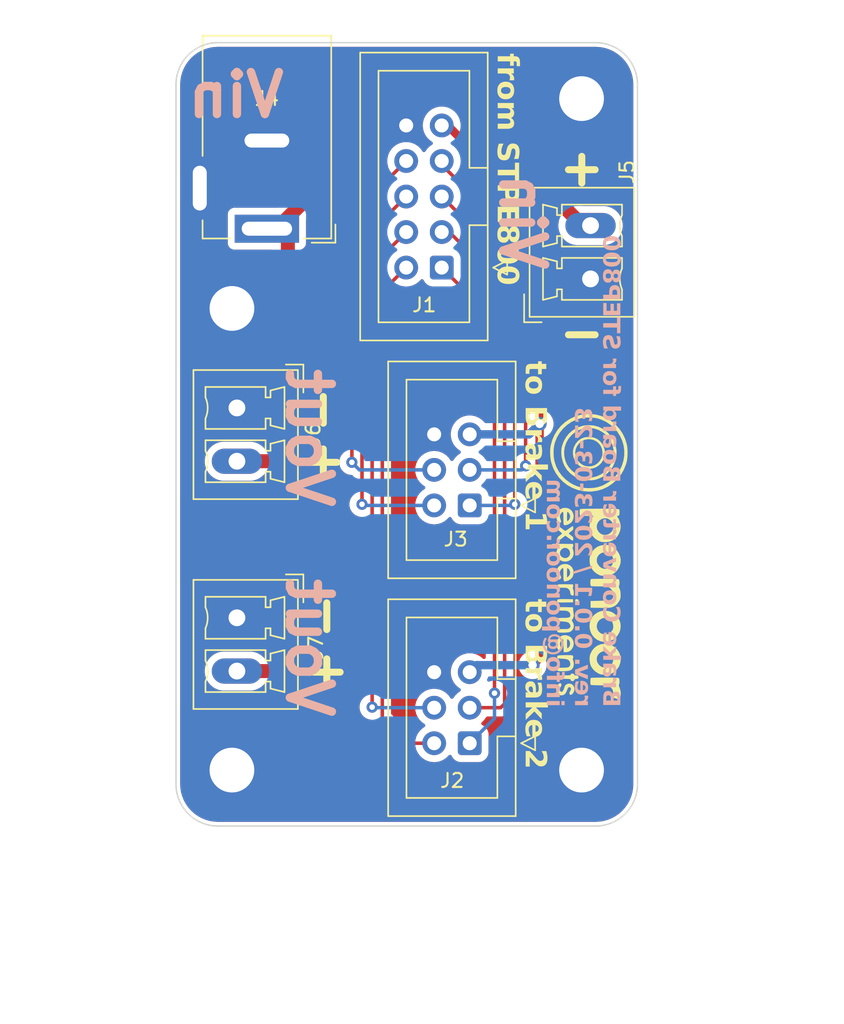
<source format=kicad_pcb>
(kicad_pcb (version 20221018) (generator pcbnew)
  (layers (0 "F.Cu" signal) (31 "B.Cu" signal) (34 "B.Paste" user) (35 "F.Paste" user) (36 "B.SilkS" user "B.Silkscreen") (37 "F.SilkS" user "F.Silkscreen") (38 "B.Mask" user) (39 "F.Mask" user) (44 "Edge.Cuts" user))
  (net 0 "")
  (net 1 "GND")
  (net 2 "Net-(J1-Pin_1)")
  (net 3 "Net-(J1-Pin_2)")
  (net 4 "Net-(J1-Pin_3)")
  (net 5 "Net-(J1-Pin_4)")
  (net 6 "Net-(J1-Pin_5)")
  (net 7 "Net-(J1-Pin_6)")
  (net 8 "Net-(J1-Pin_7)")
  (net 9 "Net-(J1-Pin_8)")
  (net 10 "+3.3V")
  (net 11 "Net-(J5-Pin_2)")
  (footprint "MountingHole:MountingHole_3.2mm_M3_Pad_TopBottom" (layer "F.Cu") (at 84 136)
    (fp_text reference "H1" hide)
    (fp_text value "MountingHole_Pad")
    (pad "1" thru_hole circle (at 0 0) (size 3.6 3.6) (drill 3.2) (layers "*.Cu" "*.Mask") (net 1 "GND"))
    (pad "1" connect circle (at 0 0) (size 6.4 6.4) (layers "F.Cu" "F.Mask") (net 1 "GND"))
    (pad "1" connect circle (at 0 0) (size 6.4 6.4) (layers "B.Cu" "B.Mask") (net 1 "GND"))
  )
  (footprint "Connector_BarrelJack:BarrelJack_GCT_DCJ200-10-A_Horizontal" (layer "F.Cu") (at 86.5 97.3 180)
    (fp_text reference "J4" (at 0 9.3) (layer "F.SilkS"))
    (fp_text value "Barrel_Jack_Switch")
    (pad "1" thru_hole rect (at 0 0 180) (size 4.6 2) (drill oval 3.6 1) (layers "*.Cu" "*.Mask") (net 11 "Net-(J5-Pin_2)"))
    (pad "2" thru_hole oval (at 0 6.3 180) (size 4.2 2) (drill oval 3.2 1) (layers "*.Cu" "*.Mask") (net 1 "GND"))
    (pad "3" thru_hole oval (at 4.8 2.9 180) (size 2 4.2) (drill oval 1 3.2) (layers "*.Cu" "*.Mask") (net 1 "GND"))
  )
  (footprint "MountingHole:MountingHole_3.2mm_M3_Pad_TopBottom" (layer "F.Cu") (at 84 103)
    (fp_text reference "H3" hide)
    (fp_text value "MountingHole_Pad")
    (pad "1" thru_hole circle (at 0 0) (size 3.6 3.6) (drill 3.2) (layers "*.Cu" "*.Mask") (net 1 "GND"))
    (pad "1" connect circle (at 0 0) (size 6.4 6.4) (layers "F.Cu" "F.Mask") (net 1 "GND"))
    (pad "1" connect circle (at 0 0) (size 6.4 6.4) (layers "B.Cu" "B.Mask") (net 1 "GND"))
  )
  (footprint "MountingHole:MountingHole_3.2mm_M3_Pad_TopBottom" (layer "F.Cu") (at 109 88)
    (fp_text reference "H2" hide)
    (fp_text value "MountingHole_Pad")
    (pad "1" thru_hole circle (at 0 0) (size 3.6 3.6) (drill 3.2) (layers "*.Cu" "*.Mask") (net 1 "GND"))
    (pad "1" connect circle (at 0 0) (size 6.4 6.4) (layers "F.Cu" "F.Mask") (net 1 "GND"))
    (pad "1" connect circle (at 0 0) (size 6.4 6.4) (layers "B.Cu" "B.Mask") (net 1 "GND"))
  )
  (footprint "Connector_IDC:IDC-Header_2x03_P2.54mm_Vertical" (layer "F.Cu") (at 101 117.08 180)
    (fp_text reference "J3" (at 1 -2.42) (layer "F.SilkS"))
    (fp_text value "Conn_02x03_Odd_Even")
    (pad "1" thru_hole roundrect (at 0 0 180) (size 1.7 1.7) (drill 1) (layers "*.Cu" "*.Mask") (roundrect_rratio 0.1470588235) (net 6 "Net-(J1-Pin_5)"))
    (pad "2" thru_hole circle (at 2.54 0 180) (size 1.7 1.7) (drill 1) (layers "*.Cu" "*.Mask") (net 7 "Net-(J1-Pin_6)"))
    (pad "3" thru_hole circle (at 0 2.54 180) (size 1.7 1.7) (drill 1) (layers "*.Cu" "*.Mask") (net 8 "Net-(J1-Pin_7)"))
    (pad "4" thru_hole circle (at 2.54 2.54 180) (size 1.7 1.7) (drill 1) (layers "*.Cu" "*.Mask") (net 9 "Net-(J1-Pin_8)"))
    (pad "5" thru_hole circle (at 0 5.08 180) (size 1.7 1.7) (drill 1) (layers "*.Cu" "*.Mask") (net 10 "+3.3V"))
    (pad "6" thru_hole circle (at 2.54 5.08 180) (size 1.7 1.7) (drill 1) (layers "*.Cu" "*.Mask") (net 1 "GND"))
  )
  (footprint "STEP800_brakeConverter_Library:ponoor_full_21x6" (layer "F.Cu") (at 109.5 120.75 -90)
    (fp_text reference "G***" hide)
    (fp_text value "LOGO" hide)
  )
  (footprint "MountingHole:MountingHole_3.2mm_M3_Pad_TopBottom" (layer "F.Cu") (at 109 136)
    (fp_text reference "H4" hide)
    (fp_text value "MountingHole_Pad")
    (pad "1" thru_hole circle (at 0 0) (size 3.6 3.6) (drill 3.2) (layers "*.Cu" "*.Mask") (net 1 "GND"))
    (pad "1" connect circle (at 0 0) (size 6.4 6.4) (layers "F.Cu" "F.Mask") (net 1 "GND"))
    (pad "1" connect circle (at 0 0) (size 6.4 6.4) (layers "B.Cu" "B.Mask") (net 1 "GND"))
  )
  (footprint "Connector_Phoenix_MC:PhoenixContact_MCV_1,5_2-G-3.81_1x02_P3.81mm_Vertical" (layer "F.Cu") (at 84.3575 110.1125 -90)
    (fp_text reference "J6" (at 1.9 -5.45 90) (layer "F.SilkS"))
    (fp_text value "Conn_01x02")
    (pad "1" thru_hole roundrect (at 0 0 270) (size 1.8 3.6) (drill 1.2) (layers "*.Cu" "*.Mask") (roundrect_rratio 0.1388888889) (net 1 "GND"))
    (pad "2" thru_hole oval (at 3.81 0 270) (size 1.8 3.6) (drill 1.2) (layers "*.Cu" "*.Mask") (net 11 "Net-(J5-Pin_2)"))
  )
  (footprint "Connector_IDC:IDC-Header_2x03_P2.54mm_Vertical" (layer "F.Cu") (at 101 134.08 180)
    (fp_text reference "J2" (at 1.25 -2.67) (layer "F.SilkS"))
    (fp_text value "Conn_02x03_Odd_Even")
    (pad "1" thru_hole roundrect (at 0 0 180) (size 1.7 1.7) (drill 1) (layers "*.Cu" "*.Mask") (roundrect_rratio 0.1470588235) (net 2 "Net-(J1-Pin_1)"))
    (pad "2" thru_hole circle (at 2.54 0 180) (size 1.7 1.7) (drill 1) (layers "*.Cu" "*.Mask") (net 3 "Net-(J1-Pin_2)"))
    (pad "3" thru_hole circle (at 0 2.54 180) (size 1.7 1.7) (drill 1) (layers "*.Cu" "*.Mask") (net 4 "Net-(J1-Pin_3)"))
    (pad "4" thru_hole circle (at 2.54 2.54 180) (size 1.7 1.7) (drill 1) (layers "*.Cu" "*.Mask") (net 5 "Net-(J1-Pin_4)"))
    (pad "5" thru_hole circle (at 0 5.08 180) (size 1.7 1.7) (drill 1) (layers "*.Cu" "*.Mask") (net 10 "+3.3V"))
    (pad "6" thru_hole circle (at 2.54 5.08 180) (size 1.7 1.7) (drill 1) (layers "*.Cu" "*.Mask") (net 1 "GND"))
  )
  (footprint "Connector_IDC:IDC-Header_2x05_P2.54mm_Vertical" (layer "F.Cu") (at 99 100.08 180)
    (fp_text reference "J1" (at 1.25 -2.67) (layer "F.SilkS"))
    (fp_text value "Conn_02x05_Odd_Even")
    (pad "1" thru_hole roundrect (at 0 0 180) (size 1.7 1.7) (drill 1) (layers "*.Cu" "*.Mask") (roundrect_rratio 0.1470588235) (net 2 "Net-(J1-Pin_1)"))
    (pad "2" thru_hole circle (at 2.54 0 180) (size 1.7 1.7) (drill 1) (layers "*.Cu" "*.Mask") (net 3 "Net-(J1-Pin_2)"))
    (pad "3" thru_hole circle (at 0 2.54 180) (size 1.7 1.7) (drill 1) (layers "*.Cu" "*.Mask") (net 4 "Net-(J1-Pin_3)"))
    (pad "4" thru_hole circle (at 2.54 2.54 180) (size 1.7 1.7) (drill 1) (layers "*.Cu" "*.Mask") (net 5 "Net-(J1-Pin_4)"))
    (pad "5" thru_hole circle (at 0 5.08 180) (size 1.7 1.7) (drill 1) (layers "*.Cu" "*.Mask") (net 6 "Net-(J1-Pin_5)"))
    (pad "6" thru_hole circle (at 2.54 5.08 180) (size 1.7 1.7) (drill 1) (layers "*.Cu" "*.Mask") (net 7 "Net-(J1-Pin_6)"))
    (pad "7" thru_hole circle (at 0 7.62 180) (size 1.7 1.7) (drill 1) (layers "*.Cu" "*.Mask") (net 8 "Net-(J1-Pin_7)"))
    (pad "8" thru_hole circle (at 2.54 7.62 180) (size 1.7 1.7) (drill 1) (layers "*.Cu" "*.Mask") (net 9 "Net-(J1-Pin_8)"))
    (pad "9" thru_hole circle (at 0 10.16 180) (size 1.7 1.7) (drill 1) (layers "*.Cu" "*.Mask") (net 10 "+3.3V"))
    (pad "10" thru_hole circle (at 2.54 10.16 180) (size 1.7 1.7) (drill 1) (layers "*.Cu" "*.Mask") (net 1 "GND"))
  )
  (footprint "Connector_Phoenix_MC:PhoenixContact_MCV_1,5_2-G-3.81_1x02_P3.81mm_Vertical" (layer "F.Cu") (at 109.6425 100.8875 90)
    (fp_text reference "J5" (at 7.6375 2.6075 90) (layer "F.SilkS"))
    (fp_text value "Conn_01x02")
    (pad "1" thru_hole roundrect (at 0 0 90) (size 1.8 3.6) (drill 1.2) (layers "*.Cu" "*.Mask") (roundrect_rratio 0.1388888889) (net 1 "GND"))
    (pad "2" thru_hole oval (at 3.81 0 90) (size 1.8 3.6) (drill 1.2) (layers "*.Cu" "*.Mask") (net 11 "Net-(J5-Pin_2)"))
  )
  (footprint "Connector_Phoenix_MC:PhoenixContact_MCV_1,5_2-G-3.81_1x02_P3.81mm_Vertical" (layer "F.Cu") (at 84.3575 125.1125 -90)
    (fp_text reference "J7" (at 2.1375 -5.6425 90) (layer "F.SilkS"))
    (fp_text value "Conn_01x02")
    (pad "1" thru_hole roundrect (at 0 0 270) (size 1.8 3.6) (drill 1.2) (layers "*.Cu" "*.Mask") (roundrect_rratio 0.1388888889) (net 1 "GND"))
    (pad "2" thru_hole oval (at 3.81 0 270) (size 1.8 3.6) (drill 1.2) (layers "*.Cu" "*.Mask") (net 11 "Net-(J5-Pin_2)"))
  )
  (gr_arc (start 113 137) (mid 112.12132 139.12132) (end 110 140) (stroke (width 0.1)) (layer "Edge.Cuts"))
  (gr_arc (start 110 84) (mid 112.12132 84.87868) (end 113 87) (stroke (width 0.1)) (layer "Edge.Cuts"))
  (gr_arc (start 80 87) (mid 80.87868 84.87868) (end 83 84) (stroke (width 0.1)) (layer "Edge.Cuts"))
  (gr_line (start 110 84) (end 83 84) (stroke (width 0.1)) (layer "Edge.Cuts"))
  (gr_line (start 113 137) (end 113 87) (stroke (width 0.1)) (layer "Edge.Cuts"))
  (gr_line (start 80 87) (end 80 137) (stroke (width 0.1)) (layer "Edge.Cuts"))
  (gr_arc (start 83 140) (mid 80.87868 139.12132) (end 80 137) (stroke (width 0.1)) (layer "Edge.Cuts"))
  (gr_line (start 83 140) (end 110 140) (stroke (width 0.1)) (layer "Edge.Cuts"))
  (gr_text "Brake Converter Board for STEP800\nrev. 0.0.1 / 2023-03-23\ninfo@ponoor.com" (at 111.75 131.5 270) (layer "B.SilkS") (effects (font (size 1.2 1.2) (thickness 0.2) bold) (justify left top mirror)))
  (gr_text "Vout" (at 87.75 112.25 270) (layer "B.SilkS") (effects (font (size 3 3) (thickness 0.6) bold) (justify bottom mirror)))
  (gr_text "Vin	" (at 82 89.5) (layer "B.SilkS") (effects (font (size 3 3) (thickness 0.6) bold) (justify bottom mirror)))
  (gr_text "Vout" (at 87.75 127.25 270) (layer "B.SilkS") (effects (font (size 3 3) (thickness 0.6) bold) (justify bottom mirror)))
  (gr_text "Vin	" (at 103 94.5 270) (layer "B.SilkS") (effects (font (size 3 3) (thickness 0.6) bold) (justify bottom mirror)))
  (gr_text "to Brake 2" (at 104.75 123.75 270) (layer "F.SilkS") (effects (font (size 1.5 1.5) (thickness 0.3) bold) (justify left bottom)))
  (gr_text "-" (at 89.25 110.25 270) (layer "F.SilkS") (effects (font (size 2.5 2.5) (thickness 0.5) bold) (justify bottom)))
  (gr_text "-" (at 89.5 125 270) (layer "F.SilkS") (effects (font (size 2.5 2.5) (thickness 0.5) bold) (justify bottom)))
  (gr_text "+" (at 89.5 129 270) (layer "F.SilkS") (effects (font (size 2.5 2.5) (thickness 0.5) bold) (justify bottom)))
  (gr_text "to Brake 1" (at 104.75 106.75 270) (layer "F.SilkS") (effects (font (size 1.5 1.5) (thickness 0.3) bold) (justify left bottom)))
  (gr_text "+" (at 89.25 114 270) (layer "F.SilkS") (effects (font (size 2.5 2.5) (thickness 0.5) bold) (justify bottom)))
  (gr_text "-" (at 109.0175 103.5975 180) (layer "F.SilkS") (effects (font (size 2.5 2.5) (thickness 0.5) bold) (justify bottom)))
  (gr_text "+" (at 109.0175 94.3675) (layer "F.SilkS") (effects (font (size 2.5 2.5) (thickness 0.5) bold) (justify bottom)))
  (gr_text "from STPE800" (at 102.75 84.75 270) (layer "F.SilkS") (effects (font (size 1.5 1.5) (thickness 0.3) bold) (justify left bottom)))
  (segment (start 98.46 112) (end 96.5 112) (width 0.25) (layer "F.Cu") (net 1))
  (segment (start 96.5 112) (end 96.5 128.75) (width 0.25) (layer "F.Cu") (net 1))
  (segment (start 96.5 128.75) (end 96.75 129) (width 0.25) (layer "F.Cu") (net 1))
  (segment (start 96.75 129) (end 98.46 129) (width 0.25) (layer "F.Cu") (net 1))
  (segment (start 91.33 89.92) (end 90.25 91) (width 0.25) (layer "B.Cu") (net 1))
  (segment (start 109 136) (end 84 136) (width 0.25) (layer "B.Cu") (net 1))
  (segment (start 84.3575 110.1125) (end 84.3575 103.3575) (width 1) (layer "B.Cu") (net 1))
  (segment (start 84 103) (end 107.53 103) (width 1) (layer "B.Cu") (net 1))
  (segment (start 84.3575 103.3575) (end 84 103) (width 1) (layer "B.Cu") (net 1))
  (segment (start 81.7 94.4) (end 81.7 91.3) (width 0.25) (layer "B.Cu") (net 1))
  (segment (start 81.5 110) (end 84.245 110) (width 1) (layer "B.Cu") (net 1))
  (segment (start 97 88) (end 96.46 88.54) (width 0.25) (layer "B.Cu") (net 1))
  (segment (start 96.46 89.92) (end 91.33 89.92) (width 0.25) (layer "B.Cu") (net 1))
  (segment (start 89.3625 125.1125) (end 84.3575 125.1125) (width 0.25) (layer "B.Cu") (net 1))
  (segment (start 91 133.75) (end 91 131.25) (width 0.25) (layer "B.Cu") (net 1))
  (segment (start 109 88) (end 97 88) (width 0.25) (layer "B.Cu") (net 1))
  (segment (start 84 99.25) (end 84 103) (width 0.25) (layer "B.Cu") (net 1))
  (segment (start 81.7 94.4) (end 81.7 96.95) (width 0.25) (layer "B.Cu") (net 1))
  (segment (start 84 136) (end 88.75 136) (width 0.25) (layer "B.Cu") (net 1))
  (segment (start 96.46 88.54) (end 96.46 89.92) (width 0.25) (layer "B.Cu") (net 1))
  (segment (start 93.25 129) (end 98.46 129) (width 0.25) (layer "B.Cu") (net 1))
  (segment (start 82 91) (end 86.5 91) (width 0.25) (layer "B.Cu") (net 1))
  (segment (start 81.7 96.95) (end 84 99.25) (width 0.25) (layer "B.Cu") (net 1))
  (segment (start 81.7 91.3) (end 82 91) (width 0.25) (layer "B.Cu") (net 1))
  (segment (start 91 131.25) (end 93.25 129) (width 0.25) (layer "B.Cu") (net 1))
  (segment (start 84.3575 125.1125) (end 84.1125 125.1125) (width 1) (layer "B.Cu") (net 1))
  (segment (start 107.53 103) (end 109.6425 100.8875) (width 1) (layer "B.Cu") (net 1))
  (segment (start 90.25 91) (end 86.5 91) (width 0.25) (layer "B.Cu") (net 1))
  (segment (start 84.1125 125.1125) (end 81.5 122.5) (width 1) (layer "B.Cu") (net 1))
  (segment (start 81.5 122.5) (end 81.5 110) (width 1) (layer "B.Cu") (net 1))
  (segment (start 84.245 110) (end 84.3575 110.1125) (width 1) (layer "B.Cu") (net 1))
  (segment (start 88.75 136) (end 91 133.75) (width 0.25) (layer "B.Cu") (net 1))
  (segment (start 93.25 129) (end 89.3625 125.1125) (width 0.25) (layer "B.Cu") (net 1))
  (segment (start 99 100.08) (end 102.7755 103.8555) (width 0.25) (layer "F.Cu") (net 2))
  (segment (start 102.7755 103.8555) (end 102.7755 130.5) (width 0.25) (layer "F.Cu") (net 2))
  (via (at 102.7755 130.5) (size 0.8) (drill 0.4) (layers "F.Cu" "B.Cu") (net 2))
  (segment (start 102.7755 132.3045) (end 101 134.08) (width 0.25) (layer "B.Cu") (net 2))
  (segment (start 102.7755 130.5) (end 102.7755 132.3045) (width 0.25) (layer "B.Cu") (net 2))
  (segment (start 96.58 134.08) (end 98.46 134.08) (width 0.25) (layer "F.Cu") (net 3))
  (segment (start 94.75 101.79) (end 94.75 132.25) (width 0.25) (layer "F.Cu") (net 3))
  (segment (start 94.75 132.25) (end 96.58 134.08) (width 0.25) (layer "F.Cu") (net 3))
  (segment (start 96.46 100.08) (end 94.75 101.79) (width 0.25) (layer "F.Cu") (net 3))
  (segment (start 99 97.54) (end 99.54 97.54) (width 0.25) (layer "F.Cu") (net 4))
  (segment (start 99.54 97.54) (end 103.5 101.5) (width 0.25) (layer "F.Cu") (net 4))
  (segment (start 103.5 131.25) (end 103.21 131.54) (width 0.25) (layer "F.Cu") (net 4))
  (segment (start 103.21 131.54) (end 101 131.54) (width 0.25) (layer "F.Cu") (net 4))
  (segment (start 103.5 101.5) (end 103.5 131.25) (width 0.25) (layer "F.Cu") (net 4))
  (segment (start 94.0255 99.9745) (end 94.0255 131.5) (width 0.25) (layer "F.Cu") (net 5))
  (segment (start 96.46 97.54) (end 94.0255 99.9745) (width 0.25) (layer "F.Cu") (net 5))
  (via (at 94.0255 131.5) (size 0.8) (drill 0.4) (layers "F.Cu" "B.Cu") (net 5))
  (segment (start 94.0655 131.54) (end 98.46 131.54) (width 0.25) (layer "B.Cu") (net 5))
  (segment (start 94.0255 131.5) (end 94.0655 131.54) (width 0.25) (layer "B.Cu") (net 5))
  (segment (start 104.2245 117) (end 104.2245 100.2245) (width 0.25) (layer "F.Cu") (net 6))
  (segment (start 104.2245 100.2245) (end 99 95) (width 0.25) (layer "F.Cu") (net 6))
  (via (at 104.2245 117) (size 0.8) (drill 0.4) (layers "F.Cu" "B.Cu") (net 6))
  (segment (start 104.1445 117.08) (end 104.2245 117) (width 0.25) (layer "B.Cu") (net 6))
  (segment (start 101 117.08) (end 104.1445 117.08) (width 0.25) (layer "B.Cu") (net 6))
  (segment (start 93.301 98.159) (end 93.301 117) (width 0.25) (layer "F.Cu") (net 7))
  (segment (start 96.46 95) (end 93.301 98.159) (width 0.25) (layer "F.Cu") (net 7))
  (via (at 93.301 117) (size 0.8) (drill 0.4) (layers "F.Cu" "B.Cu") (net 7))
  (segment (start 93.381 117.08) (end 98.46 117.08) (width 0.25) (layer "B.Cu") (net 7))
  (segment (start 93.301 117) (end 93.381 117.08) (width 0.25) (layer "B.Cu") (net 7))
  (segment (start 99 92.46) (end 99 92.73) (width 0.25) (layer "F.Cu") (net 8))
  (segment (start 99 92.73) (end 105 98.73) (width 0.25) (layer "F.Cu") (net 8))
  (segment (start 105 98.73) (end 105 114.25) (width 0.25) (layer "F.Cu") (net 8))
  (via (at 105 114.25) (size 0.8) (drill 0.4) (layers "F.Cu" "B.Cu") (net 8))
  (segment (start 104.71 114.54) (end 101 114.54) (width 0.25) (layer "B.Cu") (net 8))
  (segment (start 105 114.25) (end 104.71 114.54) (width 0.25) (layer "B.Cu") (net 8))
  (segment (start 92.5765 96.3435) (end 92.5765 114) (width 0.25) (layer "F.Cu") (net 9))
  (segment (start 96.46 92.46) (end 92.5765 96.3435) (width 0.25) (layer "F.Cu") (net 9))
  (via (at 92.5765 114) (size 0.8) (drill 0.4) (layers "F.Cu" "B.Cu") (net 9))
  (segment (start 93.1165 114.54) (end 98.46 114.54) (width 0.25) (layer "B.Cu") (net 9))
  (segment (start 92.5765 114) (end 93.1165 114.54) (width 0.25) (layer "B.Cu") (net 9))
  (segment (start 101 91.5) (end 101 93.5) (width 0.6) (layer "F.Cu") (net 10))
  (segment (start 99 89.92) (end 99.42 89.92) (width 0.6) (layer "F.Cu") (net 10))
  (segment (start 99.42 89.92) (end 101 91.5) (width 0.6) (layer "F.Cu") (net 10))
  (segment (start 106 98.5) (end 106 128) (width 0.6) (layer "F.Cu") (net 10))
  (segment (start 101 93.5) (end 106 98.5) (width 0.6) (layer "F.Cu") (net 10))
  (segment (start 106 128) (end 105.5 128.5) (width 0.6) (layer "F.Cu") (net 10))
  (via (at 105.5 128.5) (size 1) (drill 0.6) (layers "F.Cu" "B.Cu") (net 10))
  (via (at 106 111.25) (size 1) (drill 0.6) (layers "F.Cu" "B.Cu") (net 10))
  (segment (start 101 112) (end 105.25 112) (width 0.6) (layer "B.Cu") (net 10))
  (segment (start 101.5 128.5) (end 101 129) (width 0.6) (layer "B.Cu") (net 10))
  (segment (start 105.5 128.5) (end 101.5 128.5) (width 0.6) (layer "B.Cu") (net 10))
  (segment (start 105.25 112) (end 106 111.25) (width 0.6) (layer "B.Cu") (net 10))
  (segment (start 105 91) (end 101.25 87.25) (width 1) (layer "F.Cu") (net 11))
  (segment (start 101.25 87.25) (end 94.75 87.25) (width 1) (layer "F.Cu") (net 11))
  (segment (start 88 114.345) (end 87.5775 113.9225) (width 1) (layer "F.Cu") (net 11))
  (segment (start 105 93) (end 105 91) (width 1) (layer "F.Cu") (net 11))
  (segment (start 86.45 97.75) (end 86 97.3) (width 1) (layer "F.Cu") (net 11))
  (segment (start 87.8275 128.9225) (end 88 128.75) (width 1) (layer "F.Cu") (net 11))
  (segment (start 84.3575 128.9225) (end 87.8275 128.9225) (width 1) (layer "F.Cu") (net 11))
  (segment (start 87.5775 113.9225) (end 88 113.5) (width 1) (layer "F.Cu") (net 11))
  (segment (start 86.5 97.3) (end 87.2 97.3) (width 1) (layer "F.Cu") (net 11))
  (segment (start 84.3575 113.9225) (end 87.5775 113.9225) (width 1) (layer "F.Cu") (net 11))
  (segment (start 88 128.75) (end 88 114.345) (width 1) (layer "F.Cu") (net 11))
  (segment (start 91.25 90.75) (end 91.25 93.25) (width 1) (layer "F.Cu") (net 11))
  (segment (start 109.6425 97.0775) (end 109.0775 97.0775) (width 1) (layer "F.Cu") (net 11))
  (segment (start 88 113.5) (end 88 98.1) (width 1) (layer "F.Cu") (net 11))
  (segment (start 94.75 87.25) (end 91.25 90.75) (width 1) (layer "F.Cu") (net 11))
  (segment (start 87.2 97.3) (end 88 98.1) (width 1) (layer "F.Cu") (net 11))
  (segment (start 109.0775 97.0775) (end 105 93) (width 1) (layer "F.Cu") (net 11))
  (segment (start 91.25 93.25) (end 87.2 97.3) (width 1) (layer "F.Cu") (net 11))
  (zone (net 1) (net_name "GND") (layer "F.Cu") (priority 1) (connect_pads yes (clearance 0.5)) (min_thickness 0.25) (fill yes (thermal_gap 0.5) (thermal_bridge_width 0.5))
    (polygon (pts (xy 113 140) (xy 113 84) (xy 80 84) (xy 80 140)))
  )
  (zone (net 1) (net_name "GND") (layer "B.Cu") (connect_pads yes (clearance 0.5)) (min_thickness 0.25) (fill yes (thermal_gap 0.5) (thermal_bridge_width 0.5))
    (polygon (pts (xy 80 140) (xy 113 140) (xy 113 84) (xy 80 84)))
  )
)
</source>
